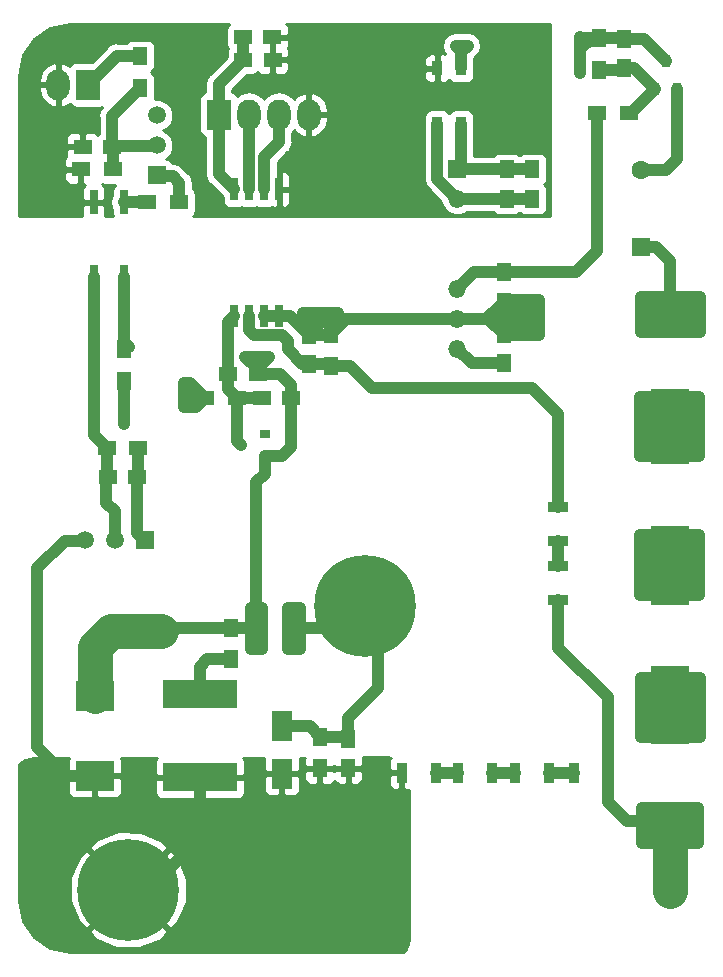
<source format=gbr>
G04 #@! TF.GenerationSoftware,KiCad,Pcbnew,no-vcs-found-c6d0075~61~ubuntu17.10.1*
G04 #@! TF.CreationDate,2018-02-01T11:14:40-05:00*
G04 #@! TF.ProjectId,VBUS-Sense,564255532D53656E73652E6B69636164,rev?*
G04 #@! TF.SameCoordinates,Original*
G04 #@! TF.FileFunction,Copper,L1,Top,Signal*
G04 #@! TF.FilePolarity,Positive*
%FSLAX46Y46*%
G04 Gerber Fmt 4.6, Leading zero omitted, Abs format (unit mm)*
G04 Created by KiCad (PCBNEW no-vcs-found-c6d0075~61~ubuntu17.10.1) date Thu Feb  1 11:14:40 2018*
%MOMM*%
%LPD*%
G01*
G04 APERTURE LIST*
%ADD10R,1.300000X1.500000*%
%ADD11R,1.500000X1.250000*%
%ADD12R,1.250000X1.500000*%
%ADD13R,0.900000X0.800000*%
%ADD14O,2.000000X2.600000*%
%ADD15R,2.000000X2.600000*%
%ADD16R,1.500000X1.300000*%
%ADD17R,0.640000X1.905000*%
%ADD18R,1.700000X0.900000*%
%ADD19R,0.950000X1.250000*%
%ADD20R,3.200000X2.700000*%
%ADD21R,1.500000X1.500000*%
%ADD22O,1.500000X1.500000*%
%ADD23R,0.700000X1.000000*%
%ADD24C,8.600000*%
%ADD25C,0.900000*%
%ADD26R,1.700000X1.700000*%
%ADD27R,1.800000X2.500000*%
%ADD28R,3.300000X2.500000*%
%ADD29R,1.520000X1.520000*%
%ADD30C,1.520000*%
%ADD31R,0.640000X2.000000*%
%ADD32R,0.900000X1.700000*%
%ADD33C,1.600000*%
%ADD34R,1.600000X1.600000*%
%ADD35R,6.350000X2.400000*%
%ADD36C,0.800000*%
%ADD37C,1.000000*%
%ADD38C,3.000000*%
%ADD39C,0.254000*%
G04 APERTURE END LIST*
D10*
X49809400Y-4575800D03*
X49809400Y-1875800D03*
D11*
X20935000Y-30353000D03*
X18435000Y-30353000D03*
X21279800Y-32334200D03*
X23779800Y-32334200D03*
D12*
X25247600Y-29494800D03*
X25247600Y-26994800D03*
D11*
X22179600Y-1803400D03*
X19679600Y-1803400D03*
X19705000Y-3733800D03*
X22205000Y-3733800D03*
D13*
X19548600Y-36347400D03*
X21548600Y-35397400D03*
X21548600Y-37297400D03*
D14*
X25273000Y-8382000D03*
X22733000Y-8382000D03*
X20193000Y-8382000D03*
D15*
X17653000Y-8382000D03*
D16*
X16480800Y-32385000D03*
X19180800Y-32385000D03*
D10*
X27127200Y-26920200D03*
X27127200Y-29620200D03*
D12*
X41757600Y-21737000D03*
X41757600Y-24237000D03*
D17*
X18948400Y-14693100D03*
X20218400Y-14693100D03*
X21488400Y-14693100D03*
X22758400Y-14693100D03*
X22758400Y-25388100D03*
X21488400Y-25388100D03*
X20218400Y-25388100D03*
X18948400Y-25388100D03*
D18*
X46380400Y-49481400D03*
X46380400Y-46581400D03*
X46380400Y-41577600D03*
X46380400Y-44477600D03*
D12*
X44196000Y-12999400D03*
X44196000Y-15499400D03*
X42011600Y-15499400D03*
X42011600Y-12999400D03*
X41757600Y-26944000D03*
X41757600Y-29444000D03*
D19*
X38160200Y-9207600D03*
X36160200Y-9207600D03*
X36160200Y-4457600D03*
X38160200Y-4457600D03*
D20*
X55854600Y-68212000D03*
X55854600Y-60312000D03*
X55854600Y-48526400D03*
X55854600Y-56426400D03*
X55854600Y-44539200D03*
X55854600Y-36639200D03*
X55854600Y-25056800D03*
X55854600Y-32956800D03*
D21*
X37846000Y-12954000D03*
D22*
X37846000Y-15494000D03*
X37846000Y-23114000D03*
X37846000Y-25654000D03*
X37846000Y-28194000D03*
D12*
X28600400Y-61208600D03*
X28600400Y-63708600D03*
D14*
X4064000Y-5842000D03*
D15*
X6604000Y-5842000D03*
D16*
X52353200Y-8229600D03*
X49653200Y-8229600D03*
X8149600Y-36576000D03*
X10849600Y-36576000D03*
D10*
X26187400Y-61032400D03*
X26187400Y-63732400D03*
X18669000Y-51799500D03*
X18669000Y-54499500D03*
D23*
X55499000Y-3829200D03*
X56449000Y-6229200D03*
X54549000Y-6229200D03*
D24*
X10000000Y-74000000D03*
D25*
X13225000Y-74000000D03*
X12280419Y-76280419D03*
X10000000Y-77225000D03*
X7719581Y-76280419D03*
X6775000Y-74000000D03*
X7719581Y-71719581D03*
X10000000Y-70775000D03*
X12280419Y-71719581D03*
X32280419Y-47719581D03*
X30000000Y-46775000D03*
X27719581Y-47719581D03*
X26775000Y-50000000D03*
X27719581Y-52280419D03*
X30000000Y-53225000D03*
X32280419Y-52280419D03*
X33225000Y-50000000D03*
D24*
X30000000Y-50000000D03*
D26*
X12750800Y-52070000D03*
X55854600Y-74066400D03*
D16*
X8652500Y-13017500D03*
X5952500Y-13017500D03*
D10*
X10985500Y-3412500D03*
X10985500Y-6112500D03*
D11*
X10755000Y-39065200D03*
X8255000Y-39065200D03*
D27*
X22987000Y-64179200D03*
X22987000Y-60179200D03*
D28*
X7162800Y-64360000D03*
X7162800Y-57560000D03*
D29*
X12382500Y-13525500D03*
D30*
X12382500Y-8445500D03*
X12382500Y-10985500D03*
D31*
X9601200Y-22098400D03*
X7061200Y-22098400D03*
X7061200Y-15798400D03*
X9601200Y-15798400D03*
D32*
X42720600Y-64084200D03*
X45620600Y-64084200D03*
X47699000Y-64084200D03*
X50599000Y-64084200D03*
X40820000Y-64084200D03*
X37920000Y-64084200D03*
X36047000Y-64084200D03*
X33147000Y-64084200D03*
D12*
X51968400Y-1950400D03*
X51968400Y-4450400D03*
D33*
X53365400Y-13083400D03*
D34*
X53365400Y-19583400D03*
D35*
X16065500Y-64460000D03*
X16065500Y-57460000D03*
D11*
X6116000Y-11112500D03*
X8616000Y-11112500D03*
D29*
X11366500Y-44386500D03*
D30*
X6286500Y-44386500D03*
X8826500Y-44386500D03*
D16*
X14304000Y-15811500D03*
X11604000Y-15811500D03*
D10*
X9652000Y-28241000D03*
X9652000Y-30941000D03*
D32*
X20838500Y-51816000D03*
X23738500Y-51816000D03*
D36*
X38719000Y-2540000D03*
X37719000Y-2540000D03*
X20336000Y-50165000D03*
X21336000Y-50165000D03*
X20336000Y-53657500D03*
X21336000Y-53657500D03*
X48260000Y-4841500D03*
X48260000Y-3841500D03*
X48260000Y-2841500D03*
X48260000Y-1841500D03*
X44767500Y-27066500D03*
X44767500Y-26066500D03*
X44767500Y-25066500D03*
X44767500Y-24066500D03*
X21875500Y-28892500D03*
X20875500Y-28892500D03*
X19875500Y-28892500D03*
X27765000Y-25209500D03*
X26765000Y-25209500D03*
X25765000Y-25209500D03*
X24765000Y-25209500D03*
X14732000Y-33115000D03*
X14732000Y-32115000D03*
X14732000Y-31115000D03*
X58403500Y-61070500D03*
X53403500Y-61070500D03*
X58403500Y-60070500D03*
X53403500Y-60070500D03*
X58403500Y-59070500D03*
X53403500Y-59070500D03*
X58403500Y-58070500D03*
X53403500Y-58070500D03*
X58403500Y-57070500D03*
X53403500Y-57070500D03*
X58403500Y-56070500D03*
X53403500Y-56070500D03*
X58340000Y-49005500D03*
X53340000Y-49005500D03*
X58340000Y-48005500D03*
X53340000Y-48005500D03*
X58340000Y-47005500D03*
X53340000Y-47005500D03*
X58340000Y-46005500D03*
X53340000Y-46005500D03*
X58340000Y-45005500D03*
X53340000Y-45005500D03*
X58340000Y-44005500D03*
X53340000Y-44005500D03*
X58340000Y-37258000D03*
X53340000Y-37258000D03*
X58340000Y-36258000D03*
X53340000Y-36258000D03*
X58340000Y-35258000D03*
X53340000Y-35258000D03*
X58340000Y-34258000D03*
X53340000Y-34258000D03*
X58340000Y-33258000D03*
X53340000Y-33258000D03*
X58340000Y-32258000D03*
X53340000Y-32258000D03*
X23511000Y-53594000D03*
X24511000Y-53594000D03*
X23511000Y-50165000D03*
X24511000Y-50165000D03*
X9652000Y-34575500D03*
X9652000Y-33575500D03*
X9652000Y-32575500D03*
X53467000Y-70056000D03*
X53467000Y-69056000D03*
X53467000Y-68056000D03*
X53467000Y-67056000D03*
X58229500Y-70056000D03*
X58229500Y-69056000D03*
X58229500Y-68056000D03*
X58229500Y-67056000D03*
X58356500Y-26812500D03*
X58356500Y-25812500D03*
X58356500Y-24812500D03*
X53403500Y-26812500D03*
X53403500Y-25812500D03*
X53403500Y-24812500D03*
X53403500Y-23812500D03*
X58356500Y-23812500D03*
D37*
X18435000Y-30353000D02*
X18435000Y-31639200D01*
X18435000Y-31639200D02*
X19180800Y-32385000D01*
X18435000Y-30353000D02*
X18435000Y-25901500D01*
X18435000Y-25901500D02*
X18948400Y-25388100D01*
X19180800Y-32385000D02*
X19180800Y-35979600D01*
X19180800Y-35979600D02*
X19548600Y-36347400D01*
X19180800Y-32385000D02*
X21229000Y-32385000D01*
X21229000Y-32385000D02*
X21279800Y-32334200D01*
X19171600Y-32375800D02*
X19180800Y-32385000D01*
X20608399Y-27040601D02*
X20218400Y-26650602D01*
X20218400Y-26650602D02*
X20218400Y-25388100D01*
X22976601Y-27040601D02*
X20608399Y-27040601D01*
X23495000Y-27559000D02*
X22976601Y-27040601D01*
X23495000Y-28257500D02*
X23495000Y-27559000D01*
X25247600Y-29494800D02*
X24732300Y-29494800D01*
X24732300Y-29494800D02*
X23495000Y-28257500D01*
X46380400Y-33743900D02*
X44132500Y-31496000D01*
X44132500Y-31496000D02*
X30653000Y-31496000D01*
X46380400Y-41577600D02*
X46380400Y-33743900D01*
X30653000Y-31496000D02*
X28777200Y-29620200D01*
X28777200Y-29620200D02*
X27127200Y-29620200D01*
X25247600Y-29494800D02*
X27001800Y-29494800D01*
X27001800Y-29494800D02*
X27127200Y-29620200D01*
X37719000Y-2540000D02*
X38719000Y-2540000D01*
X38160200Y-4457600D02*
X38160200Y-3098800D01*
X38160200Y-3098800D02*
X38719000Y-2540000D01*
X38160200Y-2981200D02*
X37719000Y-2540000D01*
X38160200Y-4457600D02*
X38160200Y-2981200D01*
X17653000Y-8382000D02*
X17653000Y-13397700D01*
X17653000Y-13397700D02*
X18948400Y-14693100D01*
X19705000Y-3733800D02*
X17653000Y-5785800D01*
X17653000Y-5785800D02*
X17653000Y-8382000D01*
X19679600Y-1803400D02*
X19679600Y-3708400D01*
X19679600Y-3708400D02*
X19705000Y-3733800D01*
X46380400Y-46581400D02*
X46380400Y-44477600D01*
X41757600Y-21737000D02*
X39223000Y-21737000D01*
X39223000Y-21737000D02*
X37846000Y-23114000D01*
X49653200Y-19942800D02*
X47859000Y-21737000D01*
X49653200Y-8229600D02*
X49653200Y-19942800D01*
X47859000Y-21737000D02*
X41757600Y-21737000D01*
X21336000Y-50165000D02*
X21336000Y-51318500D01*
X21336000Y-51318500D02*
X20838500Y-51816000D01*
X44767500Y-27066500D02*
X44767500Y-24066500D01*
X24765000Y-25209500D02*
X27765000Y-25209500D01*
X20336000Y-53657500D02*
X21336000Y-53657500D01*
X20336000Y-50165000D02*
X20336000Y-53657500D01*
X21336000Y-50165000D02*
X21336000Y-53657500D01*
X20336000Y-50165000D02*
X21336000Y-50165000D01*
X20838500Y-51816000D02*
X20838500Y-50853000D01*
X21548600Y-38776400D02*
X20828000Y-39497000D01*
X21548600Y-37297400D02*
X21548600Y-38776400D01*
X20828000Y-39497000D02*
X20828000Y-51805500D01*
X20828000Y-51805500D02*
X20838500Y-51816000D01*
X23779800Y-36545200D02*
X23027600Y-37297400D01*
X23779800Y-32334200D02*
X23779800Y-36545200D01*
X23027600Y-37297400D02*
X21548600Y-37297400D01*
X18669000Y-51799500D02*
X20822000Y-51799500D01*
X20822000Y-51799500D02*
X20838500Y-51816000D01*
X49809400Y-1875800D02*
X49225700Y-1875800D01*
X49225700Y-1875800D02*
X48260000Y-2841500D01*
X48260000Y-2841500D02*
X48260000Y-3841500D01*
X48260000Y-2841500D02*
X48260000Y-1841500D01*
X48260000Y-1841500D02*
X48260000Y-4841500D01*
X48294300Y-1875800D02*
X48260000Y-1841500D01*
X49809400Y-1875800D02*
X48294300Y-1875800D01*
X44767500Y-25066500D02*
X42726100Y-25066500D01*
X42726100Y-25066500D02*
X41757600Y-26035000D01*
X41757600Y-26035000D02*
X41757600Y-26944000D01*
X41757600Y-25654000D02*
X41757600Y-26035000D01*
X44767500Y-26066500D02*
X41789100Y-26066500D01*
X41789100Y-26066500D02*
X41757600Y-26035000D01*
X41338500Y-24656100D02*
X41757600Y-24237000D01*
X40467600Y-25527000D02*
X41338500Y-24656100D01*
X44201815Y-25066500D02*
X43791415Y-24656100D01*
X44767500Y-25066500D02*
X44201815Y-25066500D01*
X43791415Y-24656100D02*
X41338500Y-24656100D01*
X44767500Y-27066500D02*
X41880100Y-27066500D01*
X41880100Y-27066500D02*
X41757600Y-26944000D01*
X44767500Y-24066500D02*
X41928100Y-24066500D01*
X41928100Y-24066500D02*
X41757600Y-24237000D01*
X20875500Y-28892500D02*
X20875500Y-30293500D01*
X20875500Y-30293500D02*
X20935000Y-30353000D01*
X19875500Y-28892500D02*
X21875500Y-28892500D01*
X20935000Y-30353000D02*
X20935000Y-29833000D01*
X20935000Y-29833000D02*
X21875500Y-28892500D01*
X20935000Y-29952000D02*
X19875500Y-28892500D01*
X20935000Y-30353000D02*
X20935000Y-29952000D01*
X22796500Y-30353000D02*
X23749000Y-31305500D01*
X23749000Y-31305500D02*
X23749000Y-32303400D01*
X21671600Y-30353000D02*
X22796500Y-30353000D01*
X23749000Y-32303400D02*
X23779800Y-32334200D01*
X26765000Y-25209500D02*
X26765000Y-25477400D01*
X26765000Y-25477400D02*
X25247600Y-26994800D01*
X25765000Y-25209500D02*
X25765000Y-26477400D01*
X25765000Y-26477400D02*
X25247600Y-26994800D01*
X27127200Y-26920200D02*
X27127200Y-25571700D01*
X27127200Y-25571700D02*
X26765000Y-25209500D01*
X27765000Y-25209500D02*
X27765000Y-26282400D01*
X27765000Y-26282400D02*
X27127200Y-26920200D01*
X25247600Y-25692100D02*
X24765000Y-25209500D01*
X25247600Y-26994800D02*
X25247600Y-25692100D01*
X37846000Y-25654000D02*
X28393400Y-25654000D01*
X28393400Y-25654000D02*
X27127200Y-26920200D01*
X25247600Y-26994800D02*
X27052600Y-26994800D01*
X27052600Y-26994800D02*
X27127200Y-26920200D01*
X22758400Y-25388100D02*
X23640900Y-25388100D01*
X23640900Y-25388100D02*
X25247600Y-26994800D01*
X21488400Y-25388100D02*
X22758400Y-25388100D01*
X41757600Y-24237000D02*
X41757600Y-25654000D01*
X41757600Y-25654000D02*
X37846000Y-25654000D01*
X40467600Y-25654000D02*
X40467600Y-25527000D01*
X37846000Y-25654000D02*
X40467600Y-25654000D01*
X40467600Y-25654000D02*
X41757600Y-26944000D01*
X51968400Y-1950400D02*
X53620200Y-1950400D01*
X53620200Y-1950400D02*
X55499000Y-3829200D01*
X49809400Y-1875800D02*
X51893800Y-1875800D01*
X51893800Y-1875800D02*
X51968400Y-1950400D01*
X18669000Y-51799500D02*
X13021300Y-51799500D01*
X13021300Y-51799500D02*
X12750800Y-52070000D01*
D38*
X7162800Y-53416200D02*
X8509000Y-52070000D01*
X8509000Y-52070000D02*
X12750800Y-52070000D01*
X7162800Y-57560000D02*
X7162800Y-53416200D01*
D37*
X42011600Y-12999400D02*
X44196000Y-12999400D01*
X42011600Y-12999400D02*
X37891400Y-12999400D01*
X37891400Y-12999400D02*
X37846000Y-12954000D01*
X38160200Y-9207600D02*
X38160200Y-12639800D01*
X38160200Y-12639800D02*
X37846000Y-12954000D01*
X42011600Y-15499400D02*
X37851400Y-15499400D01*
X37851400Y-15499400D02*
X37846000Y-15494000D01*
X44196000Y-15499400D02*
X42011600Y-15499400D01*
X36160200Y-9207600D02*
X36160200Y-13808200D01*
X36160200Y-13808200D02*
X37846000Y-15494000D01*
X14732000Y-33115000D02*
X14732000Y-31115000D01*
X14732000Y-32115000D02*
X16210800Y-32115000D01*
X16210800Y-32115000D02*
X16480800Y-32385000D01*
X14732000Y-31115000D02*
X15210800Y-31115000D01*
X15210800Y-31115000D02*
X16480800Y-32385000D01*
X14732000Y-33115000D02*
X15750800Y-33115000D01*
X15750800Y-33115000D02*
X16480800Y-32385000D01*
X41757600Y-29444000D02*
X39096000Y-29444000D01*
X39096000Y-29444000D02*
X37846000Y-28194000D01*
X58403500Y-60070500D02*
X56096100Y-60070500D01*
X56096100Y-60070500D02*
X55854600Y-60312000D01*
X53403500Y-56070500D02*
X55498700Y-56070500D01*
X53403500Y-57070500D02*
X58403500Y-57070500D01*
X53403500Y-58070500D02*
X58403500Y-58070500D01*
X53403500Y-59070500D02*
X58403500Y-59070500D01*
X53403500Y-60070500D02*
X58403500Y-60070500D01*
X58403500Y-61070500D02*
X53403500Y-61070500D01*
X58403500Y-56070500D02*
X58403500Y-61070500D01*
X53403500Y-56070500D02*
X58403500Y-56070500D01*
X53403500Y-61070500D02*
X53403500Y-59070500D01*
X53403500Y-56070500D02*
X53403500Y-57070500D01*
X53403500Y-57070500D02*
X53403500Y-58070500D01*
X53403500Y-59070500D02*
X53403500Y-60070500D01*
X53403500Y-58070500D02*
X53403500Y-59070500D01*
X56403500Y-59763100D02*
X55854600Y-60312000D01*
X55498700Y-56070500D02*
X55854600Y-56426400D01*
X54340000Y-47005500D02*
X55340000Y-47005500D01*
X54340000Y-46005500D02*
X55340000Y-46005500D01*
X54340000Y-47005500D02*
X54340000Y-46005500D01*
X54340000Y-45005500D02*
X54340000Y-46005500D01*
X56340000Y-46005500D02*
X56340000Y-47005500D01*
X57340000Y-47005500D02*
X56340000Y-47005500D01*
X57340000Y-46005500D02*
X56340000Y-46005500D01*
X56340000Y-45005500D02*
X56340000Y-46005500D01*
X57340000Y-44005500D02*
X57340000Y-49005500D01*
X56340000Y-44005500D02*
X56340000Y-49005500D01*
X55340000Y-44005500D02*
X55340000Y-49005500D01*
X54340000Y-44005500D02*
X54340000Y-49005500D01*
X53340000Y-48005500D02*
X53340000Y-47005500D01*
X53340000Y-47005500D02*
X53340000Y-46005500D01*
X53340000Y-46005500D02*
X53340000Y-45005500D01*
X53340000Y-45005500D02*
X53340000Y-44005500D01*
X53340000Y-44005500D02*
X54340000Y-44005500D01*
X53340000Y-44005500D02*
X53340000Y-49005500D01*
X58340000Y-44005500D02*
X58340000Y-49005500D01*
X53340000Y-49005500D02*
X58340000Y-49005500D01*
X53340000Y-48005500D02*
X58340000Y-48005500D01*
X53340000Y-47005500D02*
X58340000Y-47005500D01*
X53340000Y-46005500D02*
X58340000Y-46005500D01*
X53340000Y-45005500D02*
X58340000Y-45005500D01*
X53340000Y-44005500D02*
X58340000Y-44005500D01*
X53340000Y-35258000D02*
X53340000Y-36258000D01*
X54340000Y-35258000D02*
X54340000Y-36258000D01*
X57340000Y-35258000D02*
X56340000Y-35258000D01*
X56340000Y-34258000D02*
X56340000Y-35258000D01*
X54340000Y-35258000D02*
X55340000Y-35258000D01*
X53340000Y-34258000D02*
X53340000Y-35258000D01*
X54340000Y-34258000D02*
X54340000Y-35258000D01*
X53340000Y-33258000D02*
X53340000Y-34258000D01*
X53340000Y-33258000D02*
X53340000Y-32258000D01*
X53340000Y-32258000D02*
X54340000Y-32258000D01*
X58340000Y-36258000D02*
X53340000Y-36258000D01*
X53340000Y-35258000D02*
X58340000Y-35258000D01*
X58340000Y-34258000D02*
X53340000Y-34258000D01*
X53340000Y-33258000D02*
X58340000Y-33258000D01*
X53340000Y-37258000D02*
X53340000Y-32258000D01*
X58340000Y-37258000D02*
X53340000Y-37258000D01*
X58340000Y-37258000D02*
X58340000Y-32258000D01*
X53340000Y-32258000D02*
X58340000Y-32258000D01*
X24511000Y-50165000D02*
X24511000Y-53594000D01*
X23511000Y-53594000D02*
X24511000Y-53594000D01*
X23511000Y-50165000D02*
X23511000Y-53594000D01*
X23511000Y-50165000D02*
X24511000Y-50165000D01*
X23738500Y-52821500D02*
X24511000Y-53594000D01*
X23738500Y-51816000D02*
X23738500Y-52821500D01*
X23738500Y-50937500D02*
X24511000Y-50165000D01*
X23738500Y-51816000D02*
X23738500Y-50937500D01*
X26481998Y-51816000D02*
X27167580Y-51130418D01*
X23738500Y-51816000D02*
X26481998Y-51816000D01*
X27167580Y-51130418D02*
X28869582Y-51130418D01*
X28869582Y-51130418D02*
X30000000Y-50000000D01*
X10755000Y-39065200D02*
X10755000Y-43775000D01*
X10755000Y-43775000D02*
X11430000Y-44450000D01*
X10849600Y-36576000D02*
X10849600Y-38970600D01*
X10849600Y-38970600D02*
X10755000Y-39065200D01*
X28600400Y-61208600D02*
X28600400Y-59458600D01*
X28600400Y-59458600D02*
X31150001Y-56908999D01*
X31150001Y-56908999D02*
X31150001Y-52672999D01*
X31150001Y-52672999D02*
X30000000Y-51522998D01*
X30000000Y-51522998D02*
X30000000Y-50000000D01*
X26187400Y-61032400D02*
X28424200Y-61032400D01*
X28424200Y-61032400D02*
X28600400Y-61208600D01*
X22987000Y-60179200D02*
X25334200Y-60179200D01*
X25334200Y-60179200D02*
X26187400Y-61032400D01*
X9652000Y-33575500D02*
X9652000Y-34575500D01*
X9652000Y-32575500D02*
X9652000Y-33575500D01*
X9652000Y-32575500D02*
X9652000Y-32448500D01*
X9652000Y-32448500D02*
X9652000Y-30941000D01*
X10000000Y-74000000D02*
X11130418Y-72869582D01*
X11130418Y-72869582D02*
X12832420Y-72869582D01*
X12832420Y-72869582D02*
X16065500Y-69636502D01*
X16065500Y-69636502D02*
X16065500Y-66660000D01*
X16065500Y-66660000D02*
X16065500Y-64460000D01*
X4590000Y-44450000D02*
X2286000Y-46754000D01*
X6350000Y-44450000D02*
X4590000Y-44450000D01*
X2286000Y-46754000D02*
X2286000Y-61912500D01*
X2286000Y-61912500D02*
X4733500Y-64360000D01*
X4733500Y-64360000D02*
X7162800Y-64360000D01*
X16684000Y-54499500D02*
X16065500Y-55118000D01*
X18669000Y-54499500D02*
X16684000Y-54499500D01*
X16065500Y-55118000D02*
X16065500Y-57460000D01*
X10985500Y-3412500D02*
X9033500Y-3412500D01*
X9033500Y-3412500D02*
X6604000Y-5842000D01*
X22733000Y-8382000D02*
X22733000Y-10682000D01*
X22733000Y-10682000D02*
X21488400Y-11926600D01*
X21488400Y-11926600D02*
X21488400Y-12740600D01*
X21488400Y-12740600D02*
X21488400Y-14693100D01*
X20193000Y-8382000D02*
X20193000Y-14667700D01*
X20193000Y-14667700D02*
X20218400Y-14693100D01*
X53467000Y-68056000D02*
X53467000Y-69056000D01*
X53467000Y-67056000D02*
X53467000Y-68056000D01*
X53467000Y-69056000D02*
X58229500Y-69056000D01*
X53467000Y-68056000D02*
X58229500Y-68056000D01*
X53467000Y-67056000D02*
X58229500Y-67056000D01*
X53467000Y-70056000D02*
X58229500Y-70056000D01*
X53467000Y-67056000D02*
X53467000Y-70056000D01*
X58229500Y-67056000D02*
X58229500Y-70056000D01*
X54623000Y-68212000D02*
X53467000Y-67056000D01*
X55854600Y-68212000D02*
X54623000Y-68212000D01*
X57073500Y-68212000D02*
X58229500Y-67056000D01*
X55854600Y-68212000D02*
X57073500Y-68212000D01*
D38*
X55854600Y-74066400D02*
X55854600Y-68212000D01*
D37*
X46380400Y-53492400D02*
X50599000Y-57711000D01*
X46380400Y-49481400D02*
X46380400Y-53492400D01*
X50599000Y-57711000D02*
X50599000Y-63684200D01*
X50599000Y-63684200D02*
X50599000Y-64084200D01*
X50599000Y-66601000D02*
X52210000Y-68212000D01*
X50599000Y-64084200D02*
X50599000Y-66601000D01*
X52210000Y-68212000D02*
X55854600Y-68212000D01*
X7112000Y-35538400D02*
X7112000Y-22149200D01*
X8149600Y-36576000D02*
X7112000Y-35538400D01*
X7112000Y-22149200D02*
X7061200Y-22098400D01*
X8149600Y-36576000D02*
X8149600Y-38959800D01*
X8149600Y-38959800D02*
X8255000Y-39065200D01*
X8826500Y-44386500D02*
X8826500Y-41973500D01*
X8890000Y-44450000D02*
X8826500Y-44386500D01*
X8826500Y-41973500D02*
X8128000Y-41275000D01*
X8128000Y-41275000D02*
X8128000Y-39192200D01*
X8128000Y-39192200D02*
X8255000Y-39065200D01*
X40820000Y-64084200D02*
X42720600Y-64084200D01*
X45620600Y-64084200D02*
X47699000Y-64084200D01*
X36047000Y-64084200D02*
X37920000Y-64084200D01*
X49809400Y-4575800D02*
X51843000Y-4575800D01*
X51843000Y-4575800D02*
X51968400Y-4450400D01*
X52353200Y-8229600D02*
X52548600Y-8229600D01*
X52548600Y-8229600D02*
X54549000Y-6229200D01*
X51968400Y-4450400D02*
X52770200Y-4450400D01*
X52770200Y-4450400D02*
X54549000Y-6229200D01*
X58356500Y-25812500D02*
X58356500Y-24812500D01*
X58356500Y-25812500D02*
X53403500Y-25812500D01*
X58356500Y-24828500D02*
X58356500Y-26812500D01*
X58340500Y-24812500D02*
X58356500Y-24828500D01*
X58356500Y-23812500D02*
X58356500Y-24828500D01*
X53403500Y-24812500D02*
X58340500Y-24812500D01*
X58356500Y-23812500D02*
X53403500Y-23812500D01*
X53403500Y-26812500D02*
X58356500Y-26812500D01*
X53403500Y-23812500D02*
X53403500Y-26812500D01*
X54647800Y-25056800D02*
X53403500Y-23812500D01*
X55854600Y-25056800D02*
X54647800Y-25056800D01*
X57112200Y-25056800D02*
X58356500Y-23812500D01*
X55854600Y-25056800D02*
X57112200Y-25056800D01*
X54698900Y-19583400D02*
X55854600Y-20739100D01*
X53365400Y-19583400D02*
X54698900Y-19583400D01*
X55854600Y-20739100D02*
X55854600Y-25056800D01*
X56449000Y-12131000D02*
X55496600Y-13083400D01*
X56449000Y-6229200D02*
X56449000Y-12131000D01*
X55496600Y-13083400D02*
X53365400Y-13083400D01*
X8652500Y-13017500D02*
X8652500Y-11149000D01*
X8652500Y-11149000D02*
X8616000Y-11112500D01*
X12192000Y-11049000D02*
X8679500Y-11049000D01*
X8679500Y-11049000D02*
X8616000Y-11112500D01*
X10985500Y-6112500D02*
X8616000Y-8482000D01*
X8616000Y-8482000D02*
X8616000Y-11112500D01*
X13731500Y-13589000D02*
X12192000Y-13589000D01*
X14304000Y-15811500D02*
X14304000Y-14161500D01*
X14304000Y-14161500D02*
X13731500Y-13589000D01*
X11604000Y-15811500D02*
X9614300Y-15811500D01*
X9614300Y-15811500D02*
X9601200Y-15798400D01*
X9601200Y-22098400D02*
X9601200Y-27588200D01*
X9601200Y-27588200D02*
X10080000Y-28067000D01*
D39*
G36*
X18471791Y-720591D02*
X18331443Y-930635D01*
X18282160Y-1178400D01*
X18282160Y-2428400D01*
X18331443Y-2676165D01*
X18405907Y-2787607D01*
X18356843Y-2861035D01*
X18307560Y-3108800D01*
X18307560Y-3526108D01*
X16929482Y-4904187D01*
X16834711Y-4967511D01*
X16658726Y-5230892D01*
X16583854Y-5342946D01*
X16495765Y-5785800D01*
X16518000Y-5897583D01*
X16518000Y-6461413D01*
X16405235Y-6483843D01*
X16195191Y-6624191D01*
X16054843Y-6834235D01*
X16005560Y-7082000D01*
X16005560Y-9682000D01*
X16054843Y-9929765D01*
X16195191Y-10139809D01*
X16405235Y-10280157D01*
X16518000Y-10302587D01*
X16518001Y-13285912D01*
X16495765Y-13397700D01*
X16583854Y-13840554D01*
X16583855Y-13840555D01*
X16834712Y-14215989D01*
X16929480Y-14279311D01*
X17980960Y-15330792D01*
X17980960Y-15645600D01*
X18030243Y-15893365D01*
X18170591Y-16103409D01*
X18380635Y-16243757D01*
X18628400Y-16293040D01*
X19268400Y-16293040D01*
X19516165Y-16243757D01*
X19583400Y-16198832D01*
X19650635Y-16243757D01*
X19898400Y-16293040D01*
X20538400Y-16293040D01*
X20786165Y-16243757D01*
X20853400Y-16198832D01*
X20920635Y-16243757D01*
X21168400Y-16293040D01*
X21808400Y-16293040D01*
X22056165Y-16243757D01*
X22120065Y-16201060D01*
X22312090Y-16280600D01*
X22472650Y-16280600D01*
X22631400Y-16121850D01*
X22631400Y-14820100D01*
X22885400Y-14820100D01*
X22885400Y-16121850D01*
X23044150Y-16280600D01*
X23204710Y-16280600D01*
X23438099Y-16183927D01*
X23616727Y-16005298D01*
X23713400Y-15771909D01*
X23713400Y-14978850D01*
X23554650Y-14820100D01*
X22885400Y-14820100D01*
X22631400Y-14820100D01*
X22620373Y-14820100D01*
X22623400Y-14804883D01*
X22623400Y-14566100D01*
X22631400Y-14566100D01*
X22631400Y-13264350D01*
X22885400Y-13264350D01*
X22885400Y-14566100D01*
X23554650Y-14566100D01*
X23713400Y-14407350D01*
X23713400Y-13808200D01*
X35002965Y-13808200D01*
X35091054Y-14251054D01*
X35138559Y-14322150D01*
X35341912Y-14626489D01*
X35436680Y-14689811D01*
X36481789Y-15734921D01*
X36541359Y-16034400D01*
X36847471Y-16492529D01*
X37305600Y-16798641D01*
X37709593Y-16879000D01*
X37982407Y-16879000D01*
X38386400Y-16798641D01*
X38632204Y-16634400D01*
X40880141Y-16634400D01*
X40928791Y-16707209D01*
X41138835Y-16847557D01*
X41386600Y-16896840D01*
X42636600Y-16896840D01*
X42884365Y-16847557D01*
X43094409Y-16707209D01*
X43103800Y-16693154D01*
X43113191Y-16707209D01*
X43323235Y-16847557D01*
X43571000Y-16896840D01*
X44821000Y-16896840D01*
X45068765Y-16847557D01*
X45278809Y-16707209D01*
X45419157Y-16497165D01*
X45468440Y-16249400D01*
X45468440Y-14749400D01*
X45419157Y-14501635D01*
X45278809Y-14291591D01*
X45215666Y-14249400D01*
X45278809Y-14207209D01*
X45419157Y-13997165D01*
X45468440Y-13749400D01*
X45468440Y-12249400D01*
X45419157Y-12001635D01*
X45278809Y-11791591D01*
X45068765Y-11651243D01*
X44821000Y-11601960D01*
X43571000Y-11601960D01*
X43323235Y-11651243D01*
X43113191Y-11791591D01*
X43103800Y-11805646D01*
X43094409Y-11791591D01*
X42884365Y-11651243D01*
X42636600Y-11601960D01*
X41386600Y-11601960D01*
X41138835Y-11651243D01*
X40928791Y-11791591D01*
X40880141Y-11864400D01*
X39295200Y-11864400D01*
X39295200Y-9095817D01*
X39282640Y-9032673D01*
X39282640Y-8582600D01*
X39233357Y-8334835D01*
X39093009Y-8124791D01*
X38882965Y-7984443D01*
X38635200Y-7935160D01*
X37685200Y-7935160D01*
X37437435Y-7984443D01*
X37227391Y-8124791D01*
X37160200Y-8225349D01*
X37093009Y-8124791D01*
X36882965Y-7984443D01*
X36635200Y-7935160D01*
X35685200Y-7935160D01*
X35437435Y-7984443D01*
X35227391Y-8124791D01*
X35087043Y-8334835D01*
X35037760Y-8582600D01*
X35037760Y-9032674D01*
X35025200Y-9095818D01*
X35025201Y-13696412D01*
X35002965Y-13808200D01*
X23713400Y-13808200D01*
X23713400Y-13614291D01*
X23616727Y-13380902D01*
X23438099Y-13202273D01*
X23204710Y-13105600D01*
X23044150Y-13105600D01*
X22885400Y-13264350D01*
X22631400Y-13264350D01*
X22623400Y-13256350D01*
X22623400Y-12396731D01*
X23456521Y-11563611D01*
X23551289Y-11500289D01*
X23802146Y-11124855D01*
X23855335Y-10857454D01*
X23890235Y-10682001D01*
X23868000Y-10570218D01*
X23868000Y-9890015D01*
X23911769Y-9860769D01*
X24022952Y-9694371D01*
X24206683Y-9927922D01*
X24764645Y-10241144D01*
X24892566Y-10272124D01*
X25146000Y-10152777D01*
X25146000Y-8509000D01*
X25400000Y-8509000D01*
X25400000Y-10152777D01*
X25653434Y-10272124D01*
X25781355Y-10241144D01*
X26339317Y-9927922D01*
X26734942Y-9425020D01*
X26908000Y-8809000D01*
X26908000Y-8509000D01*
X25400000Y-8509000D01*
X25146000Y-8509000D01*
X25126000Y-8509000D01*
X25126000Y-8255000D01*
X25146000Y-8255000D01*
X25146000Y-6611223D01*
X25400000Y-6611223D01*
X25400000Y-8255000D01*
X26908000Y-8255000D01*
X26908000Y-7955000D01*
X26734942Y-7338980D01*
X26339317Y-6836078D01*
X25781355Y-6522856D01*
X25653434Y-6491876D01*
X25400000Y-6611223D01*
X25146000Y-6611223D01*
X24892566Y-6491876D01*
X24764645Y-6522856D01*
X24206683Y-6836078D01*
X24022952Y-7069629D01*
X23911769Y-6903231D01*
X23370944Y-6541864D01*
X22733000Y-6414969D01*
X22095055Y-6541864D01*
X21554231Y-6903231D01*
X21463000Y-7039768D01*
X21371769Y-6903231D01*
X20830944Y-6541864D01*
X20193000Y-6414969D01*
X19555055Y-6541864D01*
X19209900Y-6772489D01*
X19110809Y-6624191D01*
X18900765Y-6483843D01*
X18788000Y-6461413D01*
X18788000Y-6255931D01*
X20037692Y-5006240D01*
X20455000Y-5006240D01*
X20702765Y-4956957D01*
X20912809Y-4816609D01*
X20953654Y-4755480D01*
X21095302Y-4897127D01*
X21328691Y-4993800D01*
X21919250Y-4993800D01*
X22078000Y-4835050D01*
X22078000Y-3860800D01*
X22332000Y-3860800D01*
X22332000Y-4835050D01*
X22490750Y-4993800D01*
X23081309Y-4993800D01*
X23314698Y-4897127D01*
X23468475Y-4743350D01*
X35050200Y-4743350D01*
X35050200Y-5208909D01*
X35146873Y-5442298D01*
X35325501Y-5620927D01*
X35558890Y-5717600D01*
X35874450Y-5717600D01*
X36033200Y-5558850D01*
X36033200Y-4584600D01*
X35208950Y-4584600D01*
X35050200Y-4743350D01*
X23468475Y-4743350D01*
X23493327Y-4718499D01*
X23590000Y-4485110D01*
X23590000Y-4019550D01*
X23431250Y-3860800D01*
X22332000Y-3860800D01*
X22078000Y-3860800D01*
X22058000Y-3860800D01*
X22058000Y-3706291D01*
X35050200Y-3706291D01*
X35050200Y-4171850D01*
X35208950Y-4330600D01*
X36033200Y-4330600D01*
X36033200Y-3356350D01*
X36287200Y-3356350D01*
X36287200Y-4330600D01*
X36307200Y-4330600D01*
X36307200Y-4584600D01*
X36287200Y-4584600D01*
X36287200Y-5558850D01*
X36445950Y-5717600D01*
X36761510Y-5717600D01*
X36994899Y-5620927D01*
X37166518Y-5449307D01*
X37227391Y-5540409D01*
X37437435Y-5680757D01*
X37685200Y-5730040D01*
X38635200Y-5730040D01*
X38882965Y-5680757D01*
X39093009Y-5540409D01*
X39233357Y-5330365D01*
X39282640Y-5082600D01*
X39282640Y-4632527D01*
X39295200Y-4569383D01*
X39295200Y-3568932D01*
X39442520Y-3421611D01*
X39537289Y-3358289D01*
X39788146Y-2982855D01*
X39876235Y-2540000D01*
X39788146Y-2097145D01*
X39537289Y-1721711D01*
X39161855Y-1470854D01*
X38830783Y-1405000D01*
X38719000Y-1382765D01*
X38607217Y-1405000D01*
X37830783Y-1405000D01*
X37719000Y-1382765D01*
X37607217Y-1405000D01*
X37276145Y-1470854D01*
X36900711Y-1721711D01*
X36649854Y-2097145D01*
X36561765Y-2540000D01*
X36649854Y-2982855D01*
X36805524Y-3215831D01*
X36761510Y-3197600D01*
X36445950Y-3197600D01*
X36287200Y-3356350D01*
X36033200Y-3356350D01*
X35874450Y-3197600D01*
X35558890Y-3197600D01*
X35325501Y-3294273D01*
X35146873Y-3472902D01*
X35050200Y-3706291D01*
X22058000Y-3706291D01*
X22058000Y-3606800D01*
X22078000Y-3606800D01*
X22078000Y-2632550D01*
X22052600Y-2607150D01*
X22052600Y-1930400D01*
X22306600Y-1930400D01*
X22306600Y-2904650D01*
X22332000Y-2930050D01*
X22332000Y-3606800D01*
X23431250Y-3606800D01*
X23590000Y-3448050D01*
X23590000Y-2982490D01*
X23493327Y-2749101D01*
X23486789Y-2742563D01*
X23564600Y-2554710D01*
X23564600Y-2089150D01*
X23405850Y-1930400D01*
X22306600Y-1930400D01*
X22052600Y-1930400D01*
X22032600Y-1930400D01*
X22032600Y-1676400D01*
X22052600Y-1676400D01*
X22052600Y-1656400D01*
X22306600Y-1656400D01*
X22306600Y-1676400D01*
X23405850Y-1676400D01*
X23564600Y-1517650D01*
X23564600Y-1052090D01*
X23467927Y-818701D01*
X23359225Y-710000D01*
X45670256Y-710000D01*
X45694411Y-16941758D01*
X15503273Y-16925013D01*
X15511809Y-16919309D01*
X15652157Y-16709265D01*
X15701440Y-16461500D01*
X15701440Y-15161500D01*
X15652157Y-14913735D01*
X15511809Y-14703691D01*
X15439000Y-14655041D01*
X15439000Y-14273281D01*
X15461235Y-14161499D01*
X15412256Y-13915265D01*
X15373146Y-13718645D01*
X15122289Y-13343211D01*
X15027518Y-13279887D01*
X14613113Y-12865482D01*
X14549789Y-12770711D01*
X14174355Y-12519854D01*
X13843283Y-12454000D01*
X13731500Y-12431765D01*
X13688878Y-12440243D01*
X13600309Y-12307691D01*
X13390265Y-12167343D01*
X13209451Y-12131377D01*
X13565124Y-11775704D01*
X13777500Y-11262983D01*
X13777500Y-10708017D01*
X13565124Y-10195296D01*
X13172704Y-9802876D01*
X12961760Y-9715500D01*
X13172704Y-9628124D01*
X13565124Y-9235704D01*
X13777500Y-8722983D01*
X13777500Y-8168017D01*
X13565124Y-7655296D01*
X13172704Y-7262876D01*
X12659983Y-7050500D01*
X12245545Y-7050500D01*
X12282940Y-6862500D01*
X12282940Y-5362500D01*
X12233657Y-5114735D01*
X12093309Y-4904691D01*
X11883265Y-4764343D01*
X11874000Y-4762500D01*
X11883265Y-4760657D01*
X12093309Y-4620309D01*
X12233657Y-4410265D01*
X12282940Y-4162500D01*
X12282940Y-2662500D01*
X12233657Y-2414735D01*
X12093309Y-2204691D01*
X11883265Y-2064343D01*
X11635500Y-2015060D01*
X10335500Y-2015060D01*
X10087735Y-2064343D01*
X9877691Y-2204691D01*
X9829041Y-2277500D01*
X9145283Y-2277500D01*
X9033500Y-2255265D01*
X8590645Y-2343354D01*
X8215211Y-2594211D01*
X8151889Y-2688979D01*
X6946309Y-3894560D01*
X5604000Y-3894560D01*
X5356235Y-3943843D01*
X5146191Y-4084191D01*
X5038901Y-4244760D01*
X4572355Y-3982856D01*
X4444434Y-3951876D01*
X4191000Y-4071223D01*
X4191000Y-5715000D01*
X4211000Y-5715000D01*
X4211000Y-5969000D01*
X4191000Y-5969000D01*
X4191000Y-7612777D01*
X4444434Y-7732124D01*
X4572355Y-7701144D01*
X5038901Y-7439240D01*
X5146191Y-7599809D01*
X5356235Y-7740157D01*
X5604000Y-7789440D01*
X7604000Y-7789440D01*
X7730517Y-7764275D01*
X7546855Y-8039145D01*
X7546854Y-8039146D01*
X7458765Y-8482000D01*
X7481000Y-8593783D01*
X7481001Y-9981041D01*
X7408191Y-10029691D01*
X7367346Y-10090820D01*
X7225698Y-9949173D01*
X6992309Y-9852500D01*
X6401750Y-9852500D01*
X6243000Y-10011250D01*
X6243000Y-10985500D01*
X6263000Y-10985500D01*
X6263000Y-11239500D01*
X6243000Y-11239500D01*
X6243000Y-11259500D01*
X5989000Y-11259500D01*
X5989000Y-11239500D01*
X4889750Y-11239500D01*
X4731000Y-11398250D01*
X4731000Y-11863810D01*
X4753601Y-11918374D01*
X4664173Y-12007801D01*
X4567500Y-12241190D01*
X4567500Y-12731750D01*
X4726250Y-12890500D01*
X5825500Y-12890500D01*
X5825500Y-12870500D01*
X6079500Y-12870500D01*
X6079500Y-12890500D01*
X6099500Y-12890500D01*
X6099500Y-13144500D01*
X6079500Y-13144500D01*
X6079500Y-14143750D01*
X6238250Y-14302500D01*
X6339074Y-14302500D01*
X6202873Y-14438702D01*
X6106200Y-14672091D01*
X6106200Y-15512650D01*
X6264950Y-15671400D01*
X6934200Y-15671400D01*
X6934200Y-15651400D01*
X7188200Y-15651400D01*
X7188200Y-15671400D01*
X7857450Y-15671400D01*
X8016200Y-15512650D01*
X8016200Y-14672091D01*
X7919527Y-14438702D01*
X7769264Y-14288438D01*
X7902500Y-14314940D01*
X8861780Y-14314940D01*
X8823391Y-14340591D01*
X8683043Y-14550635D01*
X8633760Y-14798400D01*
X8633760Y-15203333D01*
X8532054Y-15355546D01*
X8443965Y-15798400D01*
X8532054Y-16241254D01*
X8633760Y-16393467D01*
X8633760Y-16798400D01*
X8658189Y-16921216D01*
X8016200Y-16920860D01*
X8016200Y-16084150D01*
X7857450Y-15925400D01*
X7188200Y-15925400D01*
X7188200Y-15945400D01*
X6934200Y-15945400D01*
X6934200Y-15925400D01*
X6264950Y-15925400D01*
X6106200Y-16084150D01*
X6106200Y-16919800D01*
X710000Y-16916807D01*
X710000Y-13303250D01*
X4567500Y-13303250D01*
X4567500Y-13793810D01*
X4664173Y-14027199D01*
X4842802Y-14205827D01*
X5076191Y-14302500D01*
X5666750Y-14302500D01*
X5825500Y-14143750D01*
X5825500Y-13144500D01*
X4726250Y-13144500D01*
X4567500Y-13303250D01*
X710000Y-13303250D01*
X710000Y-10361190D01*
X4731000Y-10361190D01*
X4731000Y-10826750D01*
X4889750Y-10985500D01*
X5989000Y-10985500D01*
X5989000Y-10011250D01*
X5830250Y-9852500D01*
X5239691Y-9852500D01*
X5006302Y-9949173D01*
X4827673Y-10127801D01*
X4731000Y-10361190D01*
X710000Y-10361190D01*
X710000Y-5969000D01*
X2429000Y-5969000D01*
X2429000Y-6269000D01*
X2602058Y-6885020D01*
X2997683Y-7387922D01*
X3555645Y-7701144D01*
X3683566Y-7732124D01*
X3937000Y-7612777D01*
X3937000Y-5969000D01*
X2429000Y-5969000D01*
X710000Y-5969000D01*
X710000Y-5415000D01*
X2429000Y-5415000D01*
X2429000Y-5715000D01*
X3937000Y-5715000D01*
X3937000Y-4071223D01*
X3683566Y-3951876D01*
X3555645Y-3982856D01*
X2997683Y-4296078D01*
X2602058Y-4798980D01*
X2429000Y-5415000D01*
X710000Y-5415000D01*
X710000Y-5069931D01*
X1049408Y-3363610D01*
X1976349Y-1976346D01*
X3363610Y-1049408D01*
X5069931Y-710000D01*
X18487641Y-710000D01*
X18471791Y-720591D01*
X18471791Y-720591D01*
G37*
X18471791Y-720591D02*
X18331443Y-930635D01*
X18282160Y-1178400D01*
X18282160Y-2428400D01*
X18331443Y-2676165D01*
X18405907Y-2787607D01*
X18356843Y-2861035D01*
X18307560Y-3108800D01*
X18307560Y-3526108D01*
X16929482Y-4904187D01*
X16834711Y-4967511D01*
X16658726Y-5230892D01*
X16583854Y-5342946D01*
X16495765Y-5785800D01*
X16518000Y-5897583D01*
X16518000Y-6461413D01*
X16405235Y-6483843D01*
X16195191Y-6624191D01*
X16054843Y-6834235D01*
X16005560Y-7082000D01*
X16005560Y-9682000D01*
X16054843Y-9929765D01*
X16195191Y-10139809D01*
X16405235Y-10280157D01*
X16518000Y-10302587D01*
X16518001Y-13285912D01*
X16495765Y-13397700D01*
X16583854Y-13840554D01*
X16583855Y-13840555D01*
X16834712Y-14215989D01*
X16929480Y-14279311D01*
X17980960Y-15330792D01*
X17980960Y-15645600D01*
X18030243Y-15893365D01*
X18170591Y-16103409D01*
X18380635Y-16243757D01*
X18628400Y-16293040D01*
X19268400Y-16293040D01*
X19516165Y-16243757D01*
X19583400Y-16198832D01*
X19650635Y-16243757D01*
X19898400Y-16293040D01*
X20538400Y-16293040D01*
X20786165Y-16243757D01*
X20853400Y-16198832D01*
X20920635Y-16243757D01*
X21168400Y-16293040D01*
X21808400Y-16293040D01*
X22056165Y-16243757D01*
X22120065Y-16201060D01*
X22312090Y-16280600D01*
X22472650Y-16280600D01*
X22631400Y-16121850D01*
X22631400Y-14820100D01*
X22885400Y-14820100D01*
X22885400Y-16121850D01*
X23044150Y-16280600D01*
X23204710Y-16280600D01*
X23438099Y-16183927D01*
X23616727Y-16005298D01*
X23713400Y-15771909D01*
X23713400Y-14978850D01*
X23554650Y-14820100D01*
X22885400Y-14820100D01*
X22631400Y-14820100D01*
X22620373Y-14820100D01*
X22623400Y-14804883D01*
X22623400Y-14566100D01*
X22631400Y-14566100D01*
X22631400Y-13264350D01*
X22885400Y-13264350D01*
X22885400Y-14566100D01*
X23554650Y-14566100D01*
X23713400Y-14407350D01*
X23713400Y-13808200D01*
X35002965Y-13808200D01*
X35091054Y-14251054D01*
X35138559Y-14322150D01*
X35341912Y-14626489D01*
X35436680Y-14689811D01*
X36481789Y-15734921D01*
X36541359Y-16034400D01*
X36847471Y-16492529D01*
X37305600Y-16798641D01*
X37709593Y-16879000D01*
X37982407Y-16879000D01*
X38386400Y-16798641D01*
X38632204Y-16634400D01*
X40880141Y-16634400D01*
X40928791Y-16707209D01*
X41138835Y-16847557D01*
X41386600Y-16896840D01*
X42636600Y-16896840D01*
X42884365Y-16847557D01*
X43094409Y-16707209D01*
X43103800Y-16693154D01*
X43113191Y-16707209D01*
X43323235Y-16847557D01*
X43571000Y-16896840D01*
X44821000Y-16896840D01*
X45068765Y-16847557D01*
X45278809Y-16707209D01*
X45419157Y-16497165D01*
X45468440Y-16249400D01*
X45468440Y-14749400D01*
X45419157Y-14501635D01*
X45278809Y-14291591D01*
X45215666Y-14249400D01*
X45278809Y-14207209D01*
X45419157Y-13997165D01*
X45468440Y-13749400D01*
X45468440Y-12249400D01*
X45419157Y-12001635D01*
X45278809Y-11791591D01*
X45068765Y-11651243D01*
X44821000Y-11601960D01*
X43571000Y-11601960D01*
X43323235Y-11651243D01*
X43113191Y-11791591D01*
X43103800Y-11805646D01*
X43094409Y-11791591D01*
X42884365Y-11651243D01*
X42636600Y-11601960D01*
X41386600Y-11601960D01*
X41138835Y-11651243D01*
X40928791Y-11791591D01*
X40880141Y-11864400D01*
X39295200Y-11864400D01*
X39295200Y-9095817D01*
X39282640Y-9032673D01*
X39282640Y-8582600D01*
X39233357Y-8334835D01*
X39093009Y-8124791D01*
X38882965Y-7984443D01*
X38635200Y-7935160D01*
X37685200Y-7935160D01*
X37437435Y-7984443D01*
X37227391Y-8124791D01*
X37160200Y-8225349D01*
X37093009Y-8124791D01*
X36882965Y-7984443D01*
X36635200Y-7935160D01*
X35685200Y-7935160D01*
X35437435Y-7984443D01*
X35227391Y-8124791D01*
X35087043Y-8334835D01*
X35037760Y-8582600D01*
X35037760Y-9032674D01*
X35025200Y-9095818D01*
X35025201Y-13696412D01*
X35002965Y-13808200D01*
X23713400Y-13808200D01*
X23713400Y-13614291D01*
X23616727Y-13380902D01*
X23438099Y-13202273D01*
X23204710Y-13105600D01*
X23044150Y-13105600D01*
X22885400Y-13264350D01*
X22631400Y-13264350D01*
X22623400Y-13256350D01*
X22623400Y-12396731D01*
X23456521Y-11563611D01*
X23551289Y-11500289D01*
X23802146Y-11124855D01*
X23855335Y-10857454D01*
X23890235Y-10682001D01*
X23868000Y-10570218D01*
X23868000Y-9890015D01*
X23911769Y-9860769D01*
X24022952Y-9694371D01*
X24206683Y-9927922D01*
X24764645Y-10241144D01*
X24892566Y-10272124D01*
X25146000Y-10152777D01*
X25146000Y-8509000D01*
X25400000Y-8509000D01*
X25400000Y-10152777D01*
X25653434Y-10272124D01*
X25781355Y-10241144D01*
X26339317Y-9927922D01*
X26734942Y-9425020D01*
X26908000Y-8809000D01*
X26908000Y-8509000D01*
X25400000Y-8509000D01*
X25146000Y-8509000D01*
X25126000Y-8509000D01*
X25126000Y-8255000D01*
X25146000Y-8255000D01*
X25146000Y-6611223D01*
X25400000Y-6611223D01*
X25400000Y-8255000D01*
X26908000Y-8255000D01*
X26908000Y-7955000D01*
X26734942Y-7338980D01*
X26339317Y-6836078D01*
X25781355Y-6522856D01*
X25653434Y-6491876D01*
X25400000Y-6611223D01*
X25146000Y-6611223D01*
X24892566Y-6491876D01*
X24764645Y-6522856D01*
X24206683Y-6836078D01*
X24022952Y-7069629D01*
X23911769Y-6903231D01*
X23370944Y-6541864D01*
X22733000Y-6414969D01*
X22095055Y-6541864D01*
X21554231Y-6903231D01*
X21463000Y-7039768D01*
X21371769Y-6903231D01*
X20830944Y-6541864D01*
X20193000Y-6414969D01*
X19555055Y-6541864D01*
X19209900Y-6772489D01*
X19110809Y-6624191D01*
X18900765Y-6483843D01*
X18788000Y-6461413D01*
X18788000Y-6255931D01*
X20037692Y-5006240D01*
X20455000Y-5006240D01*
X20702765Y-4956957D01*
X20912809Y-4816609D01*
X20953654Y-4755480D01*
X21095302Y-4897127D01*
X21328691Y-4993800D01*
X21919250Y-4993800D01*
X22078000Y-4835050D01*
X22078000Y-3860800D01*
X22332000Y-3860800D01*
X22332000Y-4835050D01*
X22490750Y-4993800D01*
X23081309Y-4993800D01*
X23314698Y-4897127D01*
X23468475Y-4743350D01*
X35050200Y-4743350D01*
X35050200Y-5208909D01*
X35146873Y-5442298D01*
X35325501Y-5620927D01*
X35558890Y-5717600D01*
X35874450Y-5717600D01*
X36033200Y-5558850D01*
X36033200Y-4584600D01*
X35208950Y-4584600D01*
X35050200Y-4743350D01*
X23468475Y-4743350D01*
X23493327Y-4718499D01*
X23590000Y-4485110D01*
X23590000Y-4019550D01*
X23431250Y-3860800D01*
X22332000Y-3860800D01*
X22078000Y-3860800D01*
X22058000Y-3860800D01*
X22058000Y-3706291D01*
X35050200Y-3706291D01*
X35050200Y-4171850D01*
X35208950Y-4330600D01*
X36033200Y-4330600D01*
X36033200Y-3356350D01*
X36287200Y-3356350D01*
X36287200Y-4330600D01*
X36307200Y-4330600D01*
X36307200Y-4584600D01*
X36287200Y-4584600D01*
X36287200Y-5558850D01*
X36445950Y-5717600D01*
X36761510Y-5717600D01*
X36994899Y-5620927D01*
X37166518Y-5449307D01*
X37227391Y-5540409D01*
X37437435Y-5680757D01*
X37685200Y-5730040D01*
X38635200Y-5730040D01*
X38882965Y-5680757D01*
X39093009Y-5540409D01*
X39233357Y-5330365D01*
X39282640Y-5082600D01*
X39282640Y-4632527D01*
X39295200Y-4569383D01*
X39295200Y-3568932D01*
X39442520Y-3421611D01*
X39537289Y-3358289D01*
X39788146Y-2982855D01*
X39876235Y-2540000D01*
X39788146Y-2097145D01*
X39537289Y-1721711D01*
X39161855Y-1470854D01*
X38830783Y-1405000D01*
X38719000Y-1382765D01*
X38607217Y-1405000D01*
X37830783Y-1405000D01*
X37719000Y-1382765D01*
X37607217Y-1405000D01*
X37276145Y-1470854D01*
X36900711Y-1721711D01*
X36649854Y-2097145D01*
X36561765Y-2540000D01*
X36649854Y-2982855D01*
X36805524Y-3215831D01*
X36761510Y-3197600D01*
X36445950Y-3197600D01*
X36287200Y-3356350D01*
X36033200Y-3356350D01*
X35874450Y-3197600D01*
X35558890Y-3197600D01*
X35325501Y-3294273D01*
X35146873Y-3472902D01*
X35050200Y-3706291D01*
X22058000Y-3706291D01*
X22058000Y-3606800D01*
X22078000Y-3606800D01*
X22078000Y-2632550D01*
X22052600Y-2607150D01*
X22052600Y-1930400D01*
X22306600Y-1930400D01*
X22306600Y-2904650D01*
X22332000Y-2930050D01*
X22332000Y-3606800D01*
X23431250Y-3606800D01*
X23590000Y-3448050D01*
X23590000Y-2982490D01*
X23493327Y-2749101D01*
X23486789Y-2742563D01*
X23564600Y-2554710D01*
X23564600Y-2089150D01*
X23405850Y-1930400D01*
X22306600Y-1930400D01*
X22052600Y-1930400D01*
X22032600Y-1930400D01*
X22032600Y-1676400D01*
X22052600Y-1676400D01*
X22052600Y-1656400D01*
X22306600Y-1656400D01*
X22306600Y-1676400D01*
X23405850Y-1676400D01*
X23564600Y-1517650D01*
X23564600Y-1052090D01*
X23467927Y-818701D01*
X23359225Y-710000D01*
X45670256Y-710000D01*
X45694411Y-16941758D01*
X15503273Y-16925013D01*
X15511809Y-16919309D01*
X15652157Y-16709265D01*
X15701440Y-16461500D01*
X15701440Y-15161500D01*
X15652157Y-14913735D01*
X15511809Y-14703691D01*
X15439000Y-14655041D01*
X15439000Y-14273281D01*
X15461235Y-14161499D01*
X15412256Y-13915265D01*
X15373146Y-13718645D01*
X15122289Y-13343211D01*
X15027518Y-13279887D01*
X14613113Y-12865482D01*
X14549789Y-12770711D01*
X14174355Y-12519854D01*
X13843283Y-12454000D01*
X13731500Y-12431765D01*
X13688878Y-12440243D01*
X13600309Y-12307691D01*
X13390265Y-12167343D01*
X13209451Y-12131377D01*
X13565124Y-11775704D01*
X13777500Y-11262983D01*
X13777500Y-10708017D01*
X13565124Y-10195296D01*
X13172704Y-9802876D01*
X12961760Y-9715500D01*
X13172704Y-9628124D01*
X13565124Y-9235704D01*
X13777500Y-8722983D01*
X13777500Y-8168017D01*
X13565124Y-7655296D01*
X13172704Y-7262876D01*
X12659983Y-7050500D01*
X12245545Y-7050500D01*
X12282940Y-6862500D01*
X12282940Y-5362500D01*
X12233657Y-5114735D01*
X12093309Y-4904691D01*
X11883265Y-4764343D01*
X11874000Y-4762500D01*
X11883265Y-4760657D01*
X12093309Y-4620309D01*
X12233657Y-4410265D01*
X12282940Y-4162500D01*
X12282940Y-2662500D01*
X12233657Y-2414735D01*
X12093309Y-2204691D01*
X11883265Y-2064343D01*
X11635500Y-2015060D01*
X10335500Y-2015060D01*
X10087735Y-2064343D01*
X9877691Y-2204691D01*
X9829041Y-2277500D01*
X9145283Y-2277500D01*
X9033500Y-2255265D01*
X8590645Y-2343354D01*
X8215211Y-2594211D01*
X8151889Y-2688979D01*
X6946309Y-3894560D01*
X5604000Y-3894560D01*
X5356235Y-3943843D01*
X5146191Y-4084191D01*
X5038901Y-4244760D01*
X4572355Y-3982856D01*
X4444434Y-3951876D01*
X4191000Y-4071223D01*
X4191000Y-5715000D01*
X4211000Y-5715000D01*
X4211000Y-5969000D01*
X4191000Y-5969000D01*
X4191000Y-7612777D01*
X4444434Y-7732124D01*
X4572355Y-7701144D01*
X5038901Y-7439240D01*
X5146191Y-7599809D01*
X5356235Y-7740157D01*
X5604000Y-7789440D01*
X7604000Y-7789440D01*
X7730517Y-7764275D01*
X7546855Y-8039145D01*
X7546854Y-8039146D01*
X7458765Y-8482000D01*
X7481000Y-8593783D01*
X7481001Y-9981041D01*
X7408191Y-10029691D01*
X7367346Y-10090820D01*
X7225698Y-9949173D01*
X6992309Y-9852500D01*
X6401750Y-9852500D01*
X6243000Y-10011250D01*
X6243000Y-10985500D01*
X6263000Y-10985500D01*
X6263000Y-11239500D01*
X6243000Y-11239500D01*
X6243000Y-11259500D01*
X5989000Y-11259500D01*
X5989000Y-11239500D01*
X4889750Y-11239500D01*
X4731000Y-11398250D01*
X4731000Y-11863810D01*
X4753601Y-11918374D01*
X4664173Y-12007801D01*
X4567500Y-12241190D01*
X4567500Y-12731750D01*
X4726250Y-12890500D01*
X5825500Y-12890500D01*
X5825500Y-12870500D01*
X6079500Y-12870500D01*
X6079500Y-12890500D01*
X6099500Y-12890500D01*
X6099500Y-13144500D01*
X6079500Y-13144500D01*
X6079500Y-14143750D01*
X6238250Y-14302500D01*
X6339074Y-14302500D01*
X6202873Y-14438702D01*
X6106200Y-14672091D01*
X6106200Y-15512650D01*
X6264950Y-15671400D01*
X6934200Y-15671400D01*
X6934200Y-15651400D01*
X7188200Y-15651400D01*
X7188200Y-15671400D01*
X7857450Y-15671400D01*
X8016200Y-15512650D01*
X8016200Y-14672091D01*
X7919527Y-14438702D01*
X7769264Y-14288438D01*
X7902500Y-14314940D01*
X8861780Y-14314940D01*
X8823391Y-14340591D01*
X8683043Y-14550635D01*
X8633760Y-14798400D01*
X8633760Y-15203333D01*
X8532054Y-15355546D01*
X8443965Y-15798400D01*
X8532054Y-16241254D01*
X8633760Y-16393467D01*
X8633760Y-16798400D01*
X8658189Y-16921216D01*
X8016200Y-16920860D01*
X8016200Y-16084150D01*
X7857450Y-15925400D01*
X7188200Y-15925400D01*
X7188200Y-15945400D01*
X6934200Y-15945400D01*
X6934200Y-15925400D01*
X6264950Y-15925400D01*
X6106200Y-16084150D01*
X6106200Y-16919800D01*
X710000Y-16916807D01*
X710000Y-13303250D01*
X4567500Y-13303250D01*
X4567500Y-13793810D01*
X4664173Y-14027199D01*
X4842802Y-14205827D01*
X5076191Y-14302500D01*
X5666750Y-14302500D01*
X5825500Y-14143750D01*
X5825500Y-13144500D01*
X4726250Y-13144500D01*
X4567500Y-13303250D01*
X710000Y-13303250D01*
X710000Y-10361190D01*
X4731000Y-10361190D01*
X4731000Y-10826750D01*
X4889750Y-10985500D01*
X5989000Y-10985500D01*
X5989000Y-10011250D01*
X5830250Y-9852500D01*
X5239691Y-9852500D01*
X5006302Y-9949173D01*
X4827673Y-10127801D01*
X4731000Y-10361190D01*
X710000Y-10361190D01*
X710000Y-5969000D01*
X2429000Y-5969000D01*
X2429000Y-6269000D01*
X2602058Y-6885020D01*
X2997683Y-7387922D01*
X3555645Y-7701144D01*
X3683566Y-7732124D01*
X3937000Y-7612777D01*
X3937000Y-5969000D01*
X2429000Y-5969000D01*
X710000Y-5969000D01*
X710000Y-5415000D01*
X2429000Y-5415000D01*
X2429000Y-5715000D01*
X3937000Y-5715000D01*
X3937000Y-4071223D01*
X3683566Y-3951876D01*
X3555645Y-3982856D01*
X2997683Y-4296078D01*
X2602058Y-4798980D01*
X2429000Y-5415000D01*
X710000Y-5415000D01*
X710000Y-5069931D01*
X1049408Y-3363610D01*
X1976349Y-1976346D01*
X3363610Y-1049408D01*
X5069931Y-710000D01*
X18487641Y-710000D01*
X18471791Y-720591D01*
G36*
X32189765Y-62843410D02*
X32158673Y-62874501D01*
X32062000Y-63107890D01*
X32062000Y-63798450D01*
X32220750Y-63957200D01*
X33020000Y-63957200D01*
X33020000Y-63937200D01*
X33274000Y-63937200D01*
X33274000Y-63957200D01*
X33294000Y-63957200D01*
X33294000Y-64211200D01*
X33274000Y-64211200D01*
X33274000Y-65410450D01*
X33432750Y-65569200D01*
X33723309Y-65569200D01*
X33756600Y-65555410D01*
X33756600Y-78047797D01*
X33663248Y-78636630D01*
X33396945Y-79158697D01*
X33265445Y-79290000D01*
X5069931Y-79290000D01*
X3363610Y-78950592D01*
X1976349Y-78023654D01*
X1049408Y-76636390D01*
X710000Y-74930069D01*
X710000Y-74912314D01*
X5051717Y-74912314D01*
X5777510Y-76736494D01*
X5855932Y-76853861D01*
X6465684Y-77354710D01*
X6862568Y-76957827D01*
X7042173Y-77137432D01*
X6645290Y-77534316D01*
X7146139Y-78144068D01*
X8949242Y-78920745D01*
X10912314Y-78948283D01*
X12736494Y-78222490D01*
X12853861Y-78144068D01*
X13354710Y-77534316D01*
X12957827Y-77137432D01*
X13137432Y-76957827D01*
X13534316Y-77354710D01*
X14144068Y-76853861D01*
X14920745Y-75050758D01*
X14948283Y-73087686D01*
X14222490Y-71263506D01*
X14144068Y-71146139D01*
X13534316Y-70645290D01*
X13137432Y-71042173D01*
X12957827Y-70862568D01*
X13354710Y-70465684D01*
X12853861Y-69855932D01*
X11050758Y-69079255D01*
X9087686Y-69051717D01*
X7263506Y-69777510D01*
X7146139Y-69855932D01*
X6645290Y-70465684D01*
X7042173Y-70862568D01*
X6862568Y-71042173D01*
X6465684Y-70645290D01*
X5855932Y-71146139D01*
X5079255Y-72949242D01*
X5051717Y-74912314D01*
X710000Y-74912314D01*
X710000Y-64645750D01*
X4877800Y-64645750D01*
X4877800Y-65736310D01*
X4974473Y-65969699D01*
X5153102Y-66148327D01*
X5386491Y-66245000D01*
X6877050Y-66245000D01*
X7035800Y-66086250D01*
X7035800Y-64487000D01*
X7289800Y-64487000D01*
X7289800Y-66086250D01*
X7448550Y-66245000D01*
X8939109Y-66245000D01*
X9172498Y-66148327D01*
X9351127Y-65969699D01*
X9447800Y-65736310D01*
X9447800Y-64745750D01*
X12255500Y-64745750D01*
X12255500Y-65786309D01*
X12352173Y-66019698D01*
X12530801Y-66198327D01*
X12764190Y-66295000D01*
X15779750Y-66295000D01*
X15938500Y-66136250D01*
X15938500Y-64587000D01*
X16192500Y-64587000D01*
X16192500Y-66136250D01*
X16351250Y-66295000D01*
X19366810Y-66295000D01*
X19600199Y-66198327D01*
X19778827Y-66019698D01*
X19875500Y-65786309D01*
X19875500Y-64745750D01*
X19716750Y-64587000D01*
X16192500Y-64587000D01*
X15938500Y-64587000D01*
X12414250Y-64587000D01*
X12255500Y-64745750D01*
X9447800Y-64745750D01*
X9447800Y-64645750D01*
X9289050Y-64487000D01*
X7289800Y-64487000D01*
X7035800Y-64487000D01*
X5036550Y-64487000D01*
X4877800Y-64645750D01*
X710000Y-64645750D01*
X710000Y-64464950D01*
X21452000Y-64464950D01*
X21452000Y-65555509D01*
X21548673Y-65788898D01*
X21727301Y-65967527D01*
X21960690Y-66064200D01*
X22701250Y-66064200D01*
X22860000Y-65905450D01*
X22860000Y-64306200D01*
X23114000Y-64306200D01*
X23114000Y-65905450D01*
X23272750Y-66064200D01*
X24013310Y-66064200D01*
X24246699Y-65967527D01*
X24425327Y-65788898D01*
X24522000Y-65555509D01*
X24522000Y-64464950D01*
X24363250Y-64306200D01*
X23114000Y-64306200D01*
X22860000Y-64306200D01*
X21610750Y-64306200D01*
X21452000Y-64464950D01*
X710000Y-64464950D01*
X710000Y-63389455D01*
X1281269Y-63006584D01*
X2008278Y-62860484D01*
X4931557Y-62853910D01*
X4877800Y-62983690D01*
X4877800Y-64074250D01*
X5036550Y-64233000D01*
X7035800Y-64233000D01*
X7035800Y-64213000D01*
X7289800Y-64213000D01*
X7289800Y-64233000D01*
X9289050Y-64233000D01*
X9447800Y-64074250D01*
X9447800Y-62983690D01*
X9389890Y-62843884D01*
X12415395Y-62837080D01*
X12352173Y-62900302D01*
X12255500Y-63133691D01*
X12255500Y-64174250D01*
X12414250Y-64333000D01*
X15938500Y-64333000D01*
X15938500Y-64313000D01*
X16192500Y-64313000D01*
X16192500Y-64333000D01*
X19716750Y-64333000D01*
X19875500Y-64174250D01*
X19875500Y-63133691D01*
X19778827Y-62900302D01*
X19699225Y-62820700D01*
X21452000Y-62816758D01*
X21452000Y-63893450D01*
X21610750Y-64052200D01*
X22860000Y-64052200D01*
X22860000Y-64032200D01*
X23114000Y-64032200D01*
X23114000Y-64052200D01*
X24363250Y-64052200D01*
X24397300Y-64018150D01*
X24902400Y-64018150D01*
X24902400Y-64608709D01*
X24999073Y-64842098D01*
X25177701Y-65020727D01*
X25411090Y-65117400D01*
X25901650Y-65117400D01*
X26060400Y-64958650D01*
X26060400Y-63859400D01*
X26314400Y-63859400D01*
X26314400Y-64958650D01*
X26473150Y-65117400D01*
X26963710Y-65117400D01*
X27197099Y-65020727D01*
X27375727Y-64842098D01*
X27411329Y-64756147D01*
X27437073Y-64818298D01*
X27615701Y-64996927D01*
X27849090Y-65093600D01*
X28314650Y-65093600D01*
X28473400Y-64934850D01*
X28473400Y-63835600D01*
X28727400Y-63835600D01*
X28727400Y-64934850D01*
X28886150Y-65093600D01*
X29351710Y-65093600D01*
X29585099Y-64996927D01*
X29763727Y-64818298D01*
X29860400Y-64584909D01*
X29860400Y-64369950D01*
X32062000Y-64369950D01*
X32062000Y-65060510D01*
X32158673Y-65293899D01*
X32337302Y-65472527D01*
X32570691Y-65569200D01*
X32861250Y-65569200D01*
X33020000Y-65410450D01*
X33020000Y-64211200D01*
X32220750Y-64211200D01*
X32062000Y-64369950D01*
X29860400Y-64369950D01*
X29860400Y-63994350D01*
X29701650Y-63835600D01*
X28727400Y-63835600D01*
X28473400Y-63835600D01*
X27499150Y-63835600D01*
X27394500Y-63940250D01*
X27313650Y-63859400D01*
X26314400Y-63859400D01*
X26060400Y-63859400D01*
X25061150Y-63859400D01*
X24902400Y-64018150D01*
X24397300Y-64018150D01*
X24522000Y-63893450D01*
X24522000Y-62809854D01*
X24921924Y-62808955D01*
X24902400Y-62856091D01*
X24902400Y-63446650D01*
X25061150Y-63605400D01*
X26060400Y-63605400D01*
X26060400Y-63585400D01*
X26314400Y-63585400D01*
X26314400Y-63605400D01*
X27313650Y-63605400D01*
X27418300Y-63500750D01*
X27499150Y-63581600D01*
X28473400Y-63581600D01*
X28473400Y-63561600D01*
X28727400Y-63561600D01*
X28727400Y-63581600D01*
X29701650Y-63581600D01*
X29860400Y-63422850D01*
X29860400Y-62832291D01*
X29846147Y-62797881D01*
X31869383Y-62793331D01*
X32189765Y-62843410D01*
X32189765Y-62843410D01*
G37*
X32189765Y-62843410D02*
X32158673Y-62874501D01*
X32062000Y-63107890D01*
X32062000Y-63798450D01*
X32220750Y-63957200D01*
X33020000Y-63957200D01*
X33020000Y-63937200D01*
X33274000Y-63937200D01*
X33274000Y-63957200D01*
X33294000Y-63957200D01*
X33294000Y-64211200D01*
X33274000Y-64211200D01*
X33274000Y-65410450D01*
X33432750Y-65569200D01*
X33723309Y-65569200D01*
X33756600Y-65555410D01*
X33756600Y-78047797D01*
X33663248Y-78636630D01*
X33396945Y-79158697D01*
X33265445Y-79290000D01*
X5069931Y-79290000D01*
X3363610Y-78950592D01*
X1976349Y-78023654D01*
X1049408Y-76636390D01*
X710000Y-74930069D01*
X710000Y-74912314D01*
X5051717Y-74912314D01*
X5777510Y-76736494D01*
X5855932Y-76853861D01*
X6465684Y-77354710D01*
X6862568Y-76957827D01*
X7042173Y-77137432D01*
X6645290Y-77534316D01*
X7146139Y-78144068D01*
X8949242Y-78920745D01*
X10912314Y-78948283D01*
X12736494Y-78222490D01*
X12853861Y-78144068D01*
X13354710Y-77534316D01*
X12957827Y-77137432D01*
X13137432Y-76957827D01*
X13534316Y-77354710D01*
X14144068Y-76853861D01*
X14920745Y-75050758D01*
X14948283Y-73087686D01*
X14222490Y-71263506D01*
X14144068Y-71146139D01*
X13534316Y-70645290D01*
X13137432Y-71042173D01*
X12957827Y-70862568D01*
X13354710Y-70465684D01*
X12853861Y-69855932D01*
X11050758Y-69079255D01*
X9087686Y-69051717D01*
X7263506Y-69777510D01*
X7146139Y-69855932D01*
X6645290Y-70465684D01*
X7042173Y-70862568D01*
X6862568Y-71042173D01*
X6465684Y-70645290D01*
X5855932Y-71146139D01*
X5079255Y-72949242D01*
X5051717Y-74912314D01*
X710000Y-74912314D01*
X710000Y-64645750D01*
X4877800Y-64645750D01*
X4877800Y-65736310D01*
X4974473Y-65969699D01*
X5153102Y-66148327D01*
X5386491Y-66245000D01*
X6877050Y-66245000D01*
X7035800Y-66086250D01*
X7035800Y-64487000D01*
X7289800Y-64487000D01*
X7289800Y-66086250D01*
X7448550Y-66245000D01*
X8939109Y-66245000D01*
X9172498Y-66148327D01*
X9351127Y-65969699D01*
X9447800Y-65736310D01*
X9447800Y-64745750D01*
X12255500Y-64745750D01*
X12255500Y-65786309D01*
X12352173Y-66019698D01*
X12530801Y-66198327D01*
X12764190Y-66295000D01*
X15779750Y-66295000D01*
X15938500Y-66136250D01*
X15938500Y-64587000D01*
X16192500Y-64587000D01*
X16192500Y-66136250D01*
X16351250Y-66295000D01*
X19366810Y-66295000D01*
X19600199Y-66198327D01*
X19778827Y-66019698D01*
X19875500Y-65786309D01*
X19875500Y-64745750D01*
X19716750Y-64587000D01*
X16192500Y-64587000D01*
X15938500Y-64587000D01*
X12414250Y-64587000D01*
X12255500Y-64745750D01*
X9447800Y-64745750D01*
X9447800Y-64645750D01*
X9289050Y-64487000D01*
X7289800Y-64487000D01*
X7035800Y-64487000D01*
X5036550Y-64487000D01*
X4877800Y-64645750D01*
X710000Y-64645750D01*
X710000Y-64464950D01*
X21452000Y-64464950D01*
X21452000Y-65555509D01*
X21548673Y-65788898D01*
X21727301Y-65967527D01*
X21960690Y-66064200D01*
X22701250Y-66064200D01*
X22860000Y-65905450D01*
X22860000Y-64306200D01*
X23114000Y-64306200D01*
X23114000Y-65905450D01*
X23272750Y-66064200D01*
X24013310Y-66064200D01*
X24246699Y-65967527D01*
X24425327Y-65788898D01*
X24522000Y-65555509D01*
X24522000Y-64464950D01*
X24363250Y-64306200D01*
X23114000Y-64306200D01*
X22860000Y-64306200D01*
X21610750Y-64306200D01*
X21452000Y-64464950D01*
X710000Y-64464950D01*
X710000Y-63389455D01*
X1281269Y-63006584D01*
X2008278Y-62860484D01*
X4931557Y-62853910D01*
X4877800Y-62983690D01*
X4877800Y-64074250D01*
X5036550Y-64233000D01*
X7035800Y-64233000D01*
X7035800Y-64213000D01*
X7289800Y-64213000D01*
X7289800Y-64233000D01*
X9289050Y-64233000D01*
X9447800Y-64074250D01*
X9447800Y-62983690D01*
X9389890Y-62843884D01*
X12415395Y-62837080D01*
X12352173Y-62900302D01*
X12255500Y-63133691D01*
X12255500Y-64174250D01*
X12414250Y-64333000D01*
X15938500Y-64333000D01*
X15938500Y-64313000D01*
X16192500Y-64313000D01*
X16192500Y-64333000D01*
X19716750Y-64333000D01*
X19875500Y-64174250D01*
X19875500Y-63133691D01*
X19778827Y-62900302D01*
X19699225Y-62820700D01*
X21452000Y-62816758D01*
X21452000Y-63893450D01*
X21610750Y-64052200D01*
X22860000Y-64052200D01*
X22860000Y-64032200D01*
X23114000Y-64032200D01*
X23114000Y-64052200D01*
X24363250Y-64052200D01*
X24397300Y-64018150D01*
X24902400Y-64018150D01*
X24902400Y-64608709D01*
X24999073Y-64842098D01*
X25177701Y-65020727D01*
X25411090Y-65117400D01*
X25901650Y-65117400D01*
X26060400Y-64958650D01*
X26060400Y-63859400D01*
X26314400Y-63859400D01*
X26314400Y-64958650D01*
X26473150Y-65117400D01*
X26963710Y-65117400D01*
X27197099Y-65020727D01*
X27375727Y-64842098D01*
X27411329Y-64756147D01*
X27437073Y-64818298D01*
X27615701Y-64996927D01*
X27849090Y-65093600D01*
X28314650Y-65093600D01*
X28473400Y-64934850D01*
X28473400Y-63835600D01*
X28727400Y-63835600D01*
X28727400Y-64934850D01*
X28886150Y-65093600D01*
X29351710Y-65093600D01*
X29585099Y-64996927D01*
X29763727Y-64818298D01*
X29860400Y-64584909D01*
X29860400Y-64369950D01*
X32062000Y-64369950D01*
X32062000Y-65060510D01*
X32158673Y-65293899D01*
X32337302Y-65472527D01*
X32570691Y-65569200D01*
X32861250Y-65569200D01*
X33020000Y-65410450D01*
X33020000Y-64211200D01*
X32220750Y-64211200D01*
X32062000Y-64369950D01*
X29860400Y-64369950D01*
X29860400Y-63994350D01*
X29701650Y-63835600D01*
X28727400Y-63835600D01*
X28473400Y-63835600D01*
X27499150Y-63835600D01*
X27394500Y-63940250D01*
X27313650Y-63859400D01*
X26314400Y-63859400D01*
X26060400Y-63859400D01*
X25061150Y-63859400D01*
X24902400Y-64018150D01*
X24397300Y-64018150D01*
X24522000Y-63893450D01*
X24522000Y-62809854D01*
X24921924Y-62808955D01*
X24902400Y-62856091D01*
X24902400Y-63446650D01*
X25061150Y-63605400D01*
X26060400Y-63605400D01*
X26060400Y-63585400D01*
X26314400Y-63585400D01*
X26314400Y-63605400D01*
X27313650Y-63605400D01*
X27418300Y-63500750D01*
X27499150Y-63581600D01*
X28473400Y-63581600D01*
X28473400Y-63561600D01*
X28727400Y-63561600D01*
X28727400Y-63581600D01*
X29701650Y-63581600D01*
X29860400Y-63422850D01*
X29860400Y-62832291D01*
X29846147Y-62797881D01*
X31869383Y-62793331D01*
X32189765Y-62843410D01*
G36*
X11603011Y-72576594D02*
X10179605Y-74000000D01*
X11603011Y-75423406D01*
X11423406Y-75603011D01*
X10000000Y-74179605D01*
X8576594Y-75603011D01*
X8396989Y-75423406D01*
X9820395Y-74000000D01*
X8396989Y-72576594D01*
X8576594Y-72396989D01*
X10000000Y-73820395D01*
X11423406Y-72396989D01*
X11603011Y-72576594D01*
X11603011Y-72576594D01*
G37*
X11603011Y-72576594D02*
X10179605Y-74000000D01*
X11603011Y-75423406D01*
X11423406Y-75603011D01*
X10000000Y-74179605D01*
X8576594Y-75603011D01*
X8396989Y-75423406D01*
X9820395Y-74000000D01*
X8396989Y-72576594D01*
X8576594Y-72396989D01*
X10000000Y-73820395D01*
X11423406Y-72396989D01*
X11603011Y-72576594D01*
M02*

</source>
